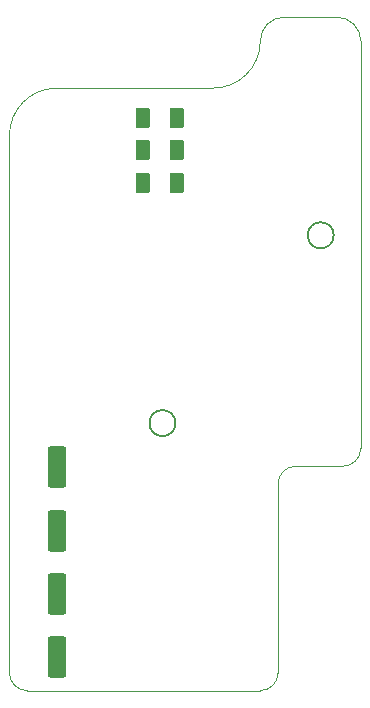
<source format=gtp>
G04 #@! TF.GenerationSoftware,KiCad,Pcbnew,(6.0.1)*
G04 #@! TF.CreationDate,2022-03-21T13:55:18+01:00*
G04 #@! TF.ProjectId,ERC_2022_GripperBoard,4552435f-3230-4323-925f-477269707065,rev?*
G04 #@! TF.SameCoordinates,Original*
G04 #@! TF.FileFunction,Paste,Top*
G04 #@! TF.FilePolarity,Positive*
%FSLAX46Y46*%
G04 Gerber Fmt 4.6, Leading zero omitted, Abs format (unit mm)*
G04 Created by KiCad (PCBNEW (6.0.1)) date 2022-03-21 13:55:18*
%MOMM*%
%LPD*%
G01*
G04 APERTURE LIST*
G04 Aperture macros list*
%AMRoundRect*
0 Rectangle with rounded corners*
0 $1 Rounding radius*
0 $2 $3 $4 $5 $6 $7 $8 $9 X,Y pos of 4 corners*
0 Add a 4 corners polygon primitive as box body*
4,1,4,$2,$3,$4,$5,$6,$7,$8,$9,$2,$3,0*
0 Add four circle primitives for the rounded corners*
1,1,$1+$1,$2,$3*
1,1,$1+$1,$4,$5*
1,1,$1+$1,$6,$7*
1,1,$1+$1,$8,$9*
0 Add four rect primitives between the rounded corners*
20,1,$1+$1,$2,$3,$4,$5,0*
20,1,$1+$1,$4,$5,$6,$7,0*
20,1,$1+$1,$6,$7,$8,$9,0*
20,1,$1+$1,$8,$9,$2,$3,0*%
G04 Aperture macros list end*
G04 #@! TA.AperFunction,Profile*
%ADD10C,0.100000*%
G04 #@! TD*
G04 #@! TA.AperFunction,Profile*
%ADD11C,0.150000*%
G04 #@! TD*
%ADD12RoundRect,0.250000X0.375000X0.625000X-0.375000X0.625000X-0.375000X-0.625000X0.375000X-0.625000X0*%
%ADD13RoundRect,0.250000X0.550000X-1.500000X0.550000X1.500000X-0.550000X1.500000X-0.550000X-1.500000X0*%
%ADD14RoundRect,0.250000X-0.550000X1.500000X-0.550000X-1.500000X0.550000X-1.500000X0.550000X1.500000X0*%
G04 APERTURE END LIST*
D10*
X157000000Y-67000000D02*
X157000000Y-101500000D01*
D11*
X141305000Y-99355000D02*
G75*
G03*
X141305000Y-99355000I-1100000J0D01*
G01*
D10*
X127250000Y-120500000D02*
G75*
G03*
X128750000Y-122000000I1500001J1D01*
G01*
X144425000Y-70996573D02*
X131250000Y-71000000D01*
X155500000Y-103000000D02*
G75*
G03*
X157000000Y-101500000I-1J1500001D01*
G01*
X150000000Y-120500000D02*
X150000000Y-104500000D01*
X151500000Y-103000000D02*
X155500000Y-103000000D01*
D11*
X154705000Y-83455000D02*
G75*
G03*
X154705000Y-83455000I-1100000J0D01*
G01*
D10*
X157000000Y-67000000D02*
G75*
G03*
X155000000Y-65000000I-1999999J1D01*
G01*
X128750000Y-122000000D02*
X148500000Y-122000000D01*
X131250000Y-71000000D02*
G75*
G03*
X127250000Y-75000000I0J-4000000D01*
G01*
X127250000Y-75000000D02*
X127250000Y-120500000D01*
X151500000Y-103000000D02*
G75*
G03*
X150000000Y-104500000I1J-1500001D01*
G01*
X150500000Y-64996571D02*
G75*
G03*
X148496574Y-66996573I1J-2003430D01*
G01*
X144425000Y-70996573D02*
G75*
G03*
X148496573Y-66996573I70945J3999999D01*
G01*
X148500000Y-122000000D02*
G75*
G03*
X150000000Y-120500000I-1J1500001D01*
G01*
X150500000Y-64996571D02*
X155000000Y-65000000D01*
D12*
X141400000Y-73500000D03*
X138600000Y-73500000D03*
X141400000Y-79000000D03*
X138600000Y-79000000D03*
D13*
X131250000Y-108450000D03*
X131250000Y-103050000D03*
D14*
X131250000Y-113800000D03*
X131250000Y-119200000D03*
D12*
X141400000Y-76250000D03*
X138600000Y-76250000D03*
M02*

</source>
